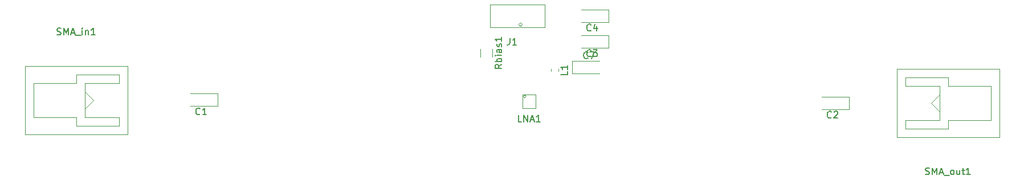
<source format=gbr>
G04 #@! TF.GenerationSoftware,KiCad,Pcbnew,5.1.2-f72e74a~84~ubuntu18.04.1*
G04 #@! TF.CreationDate,2019-09-24T12:52:55+02:00*
G04 #@! TF.ProjectId,matched_lna,6d617463-6865-4645-9f6c-6e612e6b6963,rev?*
G04 #@! TF.SameCoordinates,Original*
G04 #@! TF.FileFunction,Legend,Top*
G04 #@! TF.FilePolarity,Positive*
%FSLAX46Y46*%
G04 Gerber Fmt 4.6, Leading zero omitted, Abs format (unit mm)*
G04 Created by KiCad (PCBNEW 5.1.2-f72e74a~84~ubuntu18.04.1) date 2019-09-24 12:52:55*
%MOMM*%
%LPD*%
G04 APERTURE LIST*
%ADD10C,0.120000*%
%ADD11C,0.050000*%
%ADD12C,0.150000*%
G04 APERTURE END LIST*
D10*
X195580000Y-118350000D02*
X194310000Y-117080000D01*
X195580000Y-115810000D02*
X194310000Y-117080000D01*
X189230000Y-122160000D02*
X204470000Y-122160000D01*
X204470000Y-112000000D02*
X189230000Y-112000000D01*
X190500000Y-119620000D02*
X190500000Y-120890000D01*
X195580000Y-119620000D02*
X190500000Y-119620000D01*
X195580000Y-114540000D02*
X195580000Y-119620000D01*
X190500000Y-114540000D02*
X195580000Y-114540000D01*
X190500000Y-113270000D02*
X190500000Y-114540000D01*
X203200000Y-114540000D02*
X203200000Y-119620000D01*
X196850000Y-114540000D02*
X203200000Y-114540000D01*
X196850000Y-113270000D02*
X196850000Y-114540000D01*
X196850000Y-119620000D02*
X203200000Y-119620000D01*
X196850000Y-120890000D02*
X196850000Y-119620000D01*
X204470000Y-122160000D02*
X204470000Y-112000000D01*
X189230000Y-112000000D02*
X189230000Y-122160000D01*
X196850000Y-120890000D02*
X190500000Y-120890000D01*
X190500000Y-113270000D02*
X196850000Y-113270000D01*
X68580000Y-115370000D02*
X69850000Y-116640000D01*
X68580000Y-117910000D02*
X69850000Y-116640000D01*
X74930000Y-111560000D02*
X59690000Y-111560000D01*
X59690000Y-121720000D02*
X74930000Y-121720000D01*
X73660000Y-114100000D02*
X73660000Y-112830000D01*
X68580000Y-114100000D02*
X73660000Y-114100000D01*
X68580000Y-119180000D02*
X68580000Y-114100000D01*
X73660000Y-119180000D02*
X68580000Y-119180000D01*
X73660000Y-120450000D02*
X73660000Y-119180000D01*
X60960000Y-119180000D02*
X60960000Y-114100000D01*
X67310000Y-119180000D02*
X60960000Y-119180000D01*
X67310000Y-120450000D02*
X67310000Y-119180000D01*
X67310000Y-114100000D02*
X60960000Y-114100000D01*
X67310000Y-112830000D02*
X67310000Y-114100000D01*
X59690000Y-111560000D02*
X59690000Y-121720000D01*
X74930000Y-121720000D02*
X74930000Y-111560000D01*
X67310000Y-112830000D02*
X73660000Y-112830000D01*
X73660000Y-120450000D02*
X67310000Y-120450000D01*
D11*
X134150000Y-116090000D02*
G75*
G03X134150000Y-116090000I-180000J0D01*
G01*
X135620000Y-117840000D02*
X133620000Y-117840000D01*
X135620000Y-115840000D02*
X135620000Y-117840000D01*
X133620000Y-115840000D02*
X135620000Y-115840000D01*
X133620000Y-117840000D02*
X133620000Y-115840000D01*
D10*
X127360000Y-109012936D02*
X127360000Y-110217064D01*
X129180000Y-109012936D02*
X129180000Y-110217064D01*
X141025000Y-112695000D02*
X145110000Y-112695000D01*
X141025000Y-110825000D02*
X141025000Y-112695000D01*
X145110000Y-110825000D02*
X141025000Y-110825000D01*
X146465000Y-103205000D02*
X142380000Y-103205000D01*
X146465000Y-105075000D02*
X146465000Y-103205000D01*
X142380000Y-105075000D02*
X146465000Y-105075000D01*
X146465000Y-107015000D02*
X142380000Y-107015000D01*
X146465000Y-108885000D02*
X146465000Y-107015000D01*
X142380000Y-108885000D02*
X146465000Y-108885000D01*
X182190000Y-116155000D02*
X178105000Y-116155000D01*
X182190000Y-118025000D02*
X182190000Y-116155000D01*
X178105000Y-118025000D02*
X182190000Y-118025000D01*
X88377500Y-115655000D02*
X84292500Y-115655000D01*
X88377500Y-117525000D02*
X88377500Y-115655000D01*
X84292500Y-117525000D02*
X88377500Y-117525000D01*
X137920000Y-111983733D02*
X137920000Y-112326267D01*
X138940000Y-111983733D02*
X138940000Y-112326267D01*
X133600000Y-105410000D02*
G75*
G03X133600000Y-105410000I-250000J0D01*
G01*
X136920000Y-105840000D02*
X128820000Y-105840000D01*
X128820000Y-102440000D02*
X136920000Y-102440000D01*
X136920000Y-105840000D02*
X136920000Y-102440000D01*
X128820000Y-105840000D02*
X128820000Y-102440000D01*
D12*
X193516666Y-127644761D02*
X193659523Y-127692380D01*
X193897619Y-127692380D01*
X193992857Y-127644761D01*
X194040476Y-127597142D01*
X194088095Y-127501904D01*
X194088095Y-127406666D01*
X194040476Y-127311428D01*
X193992857Y-127263809D01*
X193897619Y-127216190D01*
X193707142Y-127168571D01*
X193611904Y-127120952D01*
X193564285Y-127073333D01*
X193516666Y-126978095D01*
X193516666Y-126882857D01*
X193564285Y-126787619D01*
X193611904Y-126740000D01*
X193707142Y-126692380D01*
X193945238Y-126692380D01*
X194088095Y-126740000D01*
X194516666Y-127692380D02*
X194516666Y-126692380D01*
X194850000Y-127406666D01*
X195183333Y-126692380D01*
X195183333Y-127692380D01*
X195611904Y-127406666D02*
X196088095Y-127406666D01*
X195516666Y-127692380D02*
X195850000Y-126692380D01*
X196183333Y-127692380D01*
X196278571Y-127787619D02*
X197040476Y-127787619D01*
X197421428Y-127692380D02*
X197326190Y-127644761D01*
X197278571Y-127597142D01*
X197230952Y-127501904D01*
X197230952Y-127216190D01*
X197278571Y-127120952D01*
X197326190Y-127073333D01*
X197421428Y-127025714D01*
X197564285Y-127025714D01*
X197659523Y-127073333D01*
X197707142Y-127120952D01*
X197754761Y-127216190D01*
X197754761Y-127501904D01*
X197707142Y-127597142D01*
X197659523Y-127644761D01*
X197564285Y-127692380D01*
X197421428Y-127692380D01*
X198611904Y-127025714D02*
X198611904Y-127692380D01*
X198183333Y-127025714D02*
X198183333Y-127549523D01*
X198230952Y-127644761D01*
X198326190Y-127692380D01*
X198469047Y-127692380D01*
X198564285Y-127644761D01*
X198611904Y-127597142D01*
X198945238Y-127025714D02*
X199326190Y-127025714D01*
X199088095Y-126692380D02*
X199088095Y-127549523D01*
X199135714Y-127644761D01*
X199230952Y-127692380D01*
X199326190Y-127692380D01*
X200183333Y-127692380D02*
X199611904Y-127692380D01*
X199897619Y-127692380D02*
X199897619Y-126692380D01*
X199802380Y-126835238D01*
X199707142Y-126930476D01*
X199611904Y-126978095D01*
X64476666Y-106884761D02*
X64619523Y-106932380D01*
X64857619Y-106932380D01*
X64952857Y-106884761D01*
X65000476Y-106837142D01*
X65048095Y-106741904D01*
X65048095Y-106646666D01*
X65000476Y-106551428D01*
X64952857Y-106503809D01*
X64857619Y-106456190D01*
X64667142Y-106408571D01*
X64571904Y-106360952D01*
X64524285Y-106313333D01*
X64476666Y-106218095D01*
X64476666Y-106122857D01*
X64524285Y-106027619D01*
X64571904Y-105980000D01*
X64667142Y-105932380D01*
X64905238Y-105932380D01*
X65048095Y-105980000D01*
X65476666Y-106932380D02*
X65476666Y-105932380D01*
X65810000Y-106646666D01*
X66143333Y-105932380D01*
X66143333Y-106932380D01*
X66571904Y-106646666D02*
X67048095Y-106646666D01*
X66476666Y-106932380D02*
X66810000Y-105932380D01*
X67143333Y-106932380D01*
X67238571Y-107027619D02*
X68000476Y-107027619D01*
X68238571Y-106932380D02*
X68238571Y-106265714D01*
X68238571Y-105932380D02*
X68190952Y-105980000D01*
X68238571Y-106027619D01*
X68286190Y-105980000D01*
X68238571Y-105932380D01*
X68238571Y-106027619D01*
X68714761Y-106265714D02*
X68714761Y-106932380D01*
X68714761Y-106360952D02*
X68762380Y-106313333D01*
X68857619Y-106265714D01*
X69000476Y-106265714D01*
X69095714Y-106313333D01*
X69143333Y-106408571D01*
X69143333Y-106932380D01*
X70143333Y-106932380D02*
X69571904Y-106932380D01*
X69857619Y-106932380D02*
X69857619Y-105932380D01*
X69762380Y-106075238D01*
X69667142Y-106170476D01*
X69571904Y-106218095D01*
X133500952Y-119832380D02*
X133024761Y-119832380D01*
X133024761Y-118832380D01*
X133834285Y-119832380D02*
X133834285Y-118832380D01*
X134405714Y-119832380D01*
X134405714Y-118832380D01*
X134834285Y-119546666D02*
X135310476Y-119546666D01*
X134739047Y-119832380D02*
X135072380Y-118832380D01*
X135405714Y-119832380D01*
X136262857Y-119832380D02*
X135691428Y-119832380D01*
X135977142Y-119832380D02*
X135977142Y-118832380D01*
X135881904Y-118975238D01*
X135786666Y-119070476D01*
X135691428Y-119118095D01*
X130542380Y-111329285D02*
X130066190Y-111662619D01*
X130542380Y-111900714D02*
X129542380Y-111900714D01*
X129542380Y-111519761D01*
X129590000Y-111424523D01*
X129637619Y-111376904D01*
X129732857Y-111329285D01*
X129875714Y-111329285D01*
X129970952Y-111376904D01*
X130018571Y-111424523D01*
X130066190Y-111519761D01*
X130066190Y-111900714D01*
X130542380Y-110900714D02*
X129542380Y-110900714D01*
X129923333Y-110900714D02*
X129875714Y-110805476D01*
X129875714Y-110615000D01*
X129923333Y-110519761D01*
X129970952Y-110472142D01*
X130066190Y-110424523D01*
X130351904Y-110424523D01*
X130447142Y-110472142D01*
X130494761Y-110519761D01*
X130542380Y-110615000D01*
X130542380Y-110805476D01*
X130494761Y-110900714D01*
X130542380Y-109995952D02*
X129875714Y-109995952D01*
X129542380Y-109995952D02*
X129590000Y-110043571D01*
X129637619Y-109995952D01*
X129590000Y-109948333D01*
X129542380Y-109995952D01*
X129637619Y-109995952D01*
X130542380Y-109091190D02*
X130018571Y-109091190D01*
X129923333Y-109138809D01*
X129875714Y-109234047D01*
X129875714Y-109424523D01*
X129923333Y-109519761D01*
X130494761Y-109091190D02*
X130542380Y-109186428D01*
X130542380Y-109424523D01*
X130494761Y-109519761D01*
X130399523Y-109567380D01*
X130304285Y-109567380D01*
X130209047Y-109519761D01*
X130161428Y-109424523D01*
X130161428Y-109186428D01*
X130113809Y-109091190D01*
X130494761Y-108662619D02*
X130542380Y-108567380D01*
X130542380Y-108376904D01*
X130494761Y-108281666D01*
X130399523Y-108234047D01*
X130351904Y-108234047D01*
X130256666Y-108281666D01*
X130209047Y-108376904D01*
X130209047Y-108519761D01*
X130161428Y-108615000D01*
X130066190Y-108662619D01*
X130018571Y-108662619D01*
X129923333Y-108615000D01*
X129875714Y-108519761D01*
X129875714Y-108376904D01*
X129923333Y-108281666D01*
X130542380Y-107281666D02*
X130542380Y-107853095D01*
X130542380Y-107567380D02*
X129542380Y-107567380D01*
X129685238Y-107662619D01*
X129780476Y-107757857D01*
X129828095Y-107853095D01*
X143343333Y-110367142D02*
X143295714Y-110414761D01*
X143152857Y-110462380D01*
X143057619Y-110462380D01*
X142914761Y-110414761D01*
X142819523Y-110319523D01*
X142771904Y-110224285D01*
X142724285Y-110033809D01*
X142724285Y-109890952D01*
X142771904Y-109700476D01*
X142819523Y-109605238D01*
X142914761Y-109510000D01*
X143057619Y-109462380D01*
X143152857Y-109462380D01*
X143295714Y-109510000D01*
X143343333Y-109557619D01*
X143676666Y-109462380D02*
X144343333Y-109462380D01*
X143914761Y-110462380D01*
X143813333Y-106247142D02*
X143765714Y-106294761D01*
X143622857Y-106342380D01*
X143527619Y-106342380D01*
X143384761Y-106294761D01*
X143289523Y-106199523D01*
X143241904Y-106104285D01*
X143194285Y-105913809D01*
X143194285Y-105770952D01*
X143241904Y-105580476D01*
X143289523Y-105485238D01*
X143384761Y-105390000D01*
X143527619Y-105342380D01*
X143622857Y-105342380D01*
X143765714Y-105390000D01*
X143813333Y-105437619D01*
X144670476Y-105675714D02*
X144670476Y-106342380D01*
X144432380Y-105294761D02*
X144194285Y-106009047D01*
X144813333Y-106009047D01*
X143813333Y-110057142D02*
X143765714Y-110104761D01*
X143622857Y-110152380D01*
X143527619Y-110152380D01*
X143384761Y-110104761D01*
X143289523Y-110009523D01*
X143241904Y-109914285D01*
X143194285Y-109723809D01*
X143194285Y-109580952D01*
X143241904Y-109390476D01*
X143289523Y-109295238D01*
X143384761Y-109200000D01*
X143527619Y-109152380D01*
X143622857Y-109152380D01*
X143765714Y-109200000D01*
X143813333Y-109247619D01*
X144146666Y-109152380D02*
X144765714Y-109152380D01*
X144432380Y-109533333D01*
X144575238Y-109533333D01*
X144670476Y-109580952D01*
X144718095Y-109628571D01*
X144765714Y-109723809D01*
X144765714Y-109961904D01*
X144718095Y-110057142D01*
X144670476Y-110104761D01*
X144575238Y-110152380D01*
X144289523Y-110152380D01*
X144194285Y-110104761D01*
X144146666Y-110057142D01*
X179538333Y-119197142D02*
X179490714Y-119244761D01*
X179347857Y-119292380D01*
X179252619Y-119292380D01*
X179109761Y-119244761D01*
X179014523Y-119149523D01*
X178966904Y-119054285D01*
X178919285Y-118863809D01*
X178919285Y-118720952D01*
X178966904Y-118530476D01*
X179014523Y-118435238D01*
X179109761Y-118340000D01*
X179252619Y-118292380D01*
X179347857Y-118292380D01*
X179490714Y-118340000D01*
X179538333Y-118387619D01*
X179919285Y-118387619D02*
X179966904Y-118340000D01*
X180062142Y-118292380D01*
X180300238Y-118292380D01*
X180395476Y-118340000D01*
X180443095Y-118387619D01*
X180490714Y-118482857D01*
X180490714Y-118578095D01*
X180443095Y-118720952D01*
X179871666Y-119292380D01*
X180490714Y-119292380D01*
X85725833Y-118697142D02*
X85678214Y-118744761D01*
X85535357Y-118792380D01*
X85440119Y-118792380D01*
X85297261Y-118744761D01*
X85202023Y-118649523D01*
X85154404Y-118554285D01*
X85106785Y-118363809D01*
X85106785Y-118220952D01*
X85154404Y-118030476D01*
X85202023Y-117935238D01*
X85297261Y-117840000D01*
X85440119Y-117792380D01*
X85535357Y-117792380D01*
X85678214Y-117840000D01*
X85725833Y-117887619D01*
X86678214Y-118792380D02*
X86106785Y-118792380D01*
X86392500Y-118792380D02*
X86392500Y-117792380D01*
X86297261Y-117935238D01*
X86202023Y-118030476D01*
X86106785Y-118078095D01*
X140312380Y-112321666D02*
X140312380Y-112797857D01*
X139312380Y-112797857D01*
X140312380Y-111464523D02*
X140312380Y-112035952D01*
X140312380Y-111750238D02*
X139312380Y-111750238D01*
X139455238Y-111845476D01*
X139550476Y-111940714D01*
X139598095Y-112035952D01*
X131746666Y-107402380D02*
X131746666Y-108116666D01*
X131699047Y-108259523D01*
X131603809Y-108354761D01*
X131460952Y-108402380D01*
X131365714Y-108402380D01*
X132746666Y-108402380D02*
X132175238Y-108402380D01*
X132460952Y-108402380D02*
X132460952Y-107402380D01*
X132365714Y-107545238D01*
X132270476Y-107640476D01*
X132175238Y-107688095D01*
M02*

</source>
